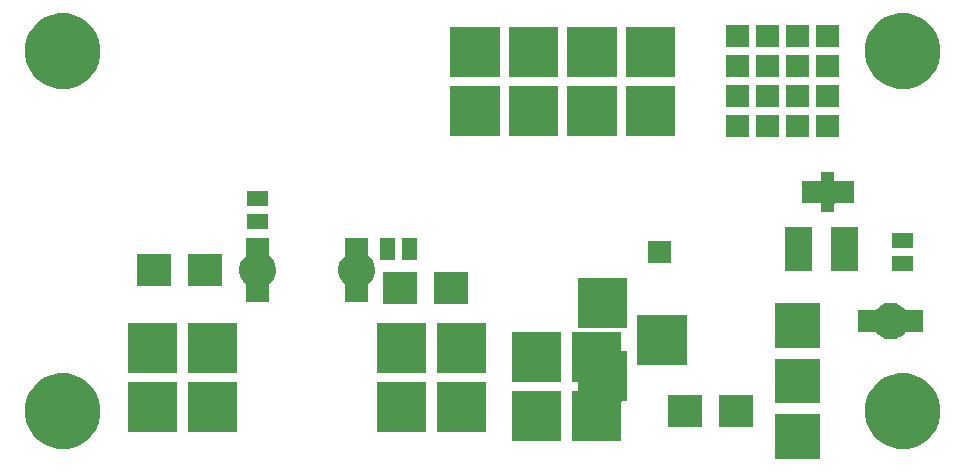
<source format=gbr>
G04 #@! TF.GenerationSoftware,KiCad,Pcbnew,(2017-02-05 revision 431abcf)-makepkg*
G04 #@! TF.CreationDate,2017-03-30T09:03:18+02:00*
G04 #@! TF.ProjectId,UNIPOWER05A,554E49504F5745523035412E6B696361,rev?*
G04 #@! TF.FileFunction,Soldermask,Bot*
G04 #@! TF.FilePolarity,Negative*
%FSLAX46Y46*%
G04 Gerber Fmt 4.6, Leading zero omitted, Abs format (unit mm)*
G04 Created by KiCad (PCBNEW (2017-02-05 revision 431abcf)-makepkg) date 03/30/17 09:03:18*
%MOMM*%
%LPD*%
G01*
G04 APERTURE LIST*
%ADD10C,0.300000*%
G04 APERTURE END LIST*
D10*
G36*
X69210000Y1020000D02*
X65410000Y1020000D01*
X65410000Y4820000D01*
X69210000Y4820000D01*
X69210000Y1020000D01*
X69210000Y1020000D01*
G37*
G36*
X5416110Y8277872D02*
X6030848Y8151685D01*
X6609363Y7908500D01*
X7129631Y7557574D01*
X7571824Y7112283D01*
X7919105Y6589582D01*
X8158249Y6009378D01*
X8280004Y5394466D01*
X8280004Y5394449D01*
X8280137Y5393776D01*
X8270128Y4676993D01*
X8269977Y4676330D01*
X8269977Y4676306D01*
X8131099Y4065032D01*
X7875851Y3491739D01*
X7514107Y2978933D01*
X7059653Y2546162D01*
X6529787Y2209900D01*
X5944712Y1982964D01*
X5326688Y1873989D01*
X4699273Y1887132D01*
X4086359Y2021890D01*
X3511293Y2273129D01*
X2995980Y2631282D01*
X2560044Y3082706D01*
X2220093Y3610208D01*
X1989075Y4193693D01*
X1875790Y4810936D01*
X1884551Y5438424D01*
X2015027Y6052266D01*
X2262248Y6629075D01*
X2616795Y7146877D01*
X3065163Y7585952D01*
X3590276Y7929576D01*
X4172132Y8164661D01*
X4788571Y8282254D01*
X5416110Y8277872D01*
X5416110Y8277872D01*
G37*
G36*
X76536110Y8277872D02*
X77150848Y8151685D01*
X77729363Y7908500D01*
X78249631Y7557574D01*
X78691824Y7112283D01*
X79039105Y6589582D01*
X79278249Y6009378D01*
X79400004Y5394466D01*
X79400004Y5394449D01*
X79400137Y5393776D01*
X79390128Y4676993D01*
X79389977Y4676330D01*
X79389977Y4676306D01*
X79251099Y4065032D01*
X78995851Y3491739D01*
X78634107Y2978933D01*
X78179653Y2546162D01*
X77649787Y2209900D01*
X77064712Y1982964D01*
X76446688Y1873989D01*
X75819273Y1887132D01*
X75206359Y2021890D01*
X74631293Y2273129D01*
X74115980Y2631282D01*
X73680044Y3082706D01*
X73340093Y3610208D01*
X73109075Y4193693D01*
X72995790Y4810936D01*
X73004551Y5438424D01*
X73135027Y6052266D01*
X73382248Y6629075D01*
X73736795Y7146877D01*
X74185163Y7585952D01*
X74710276Y7929576D01*
X75292132Y8164661D01*
X75908571Y8282254D01*
X76536110Y8277872D01*
X76536110Y8277872D01*
G37*
G36*
X47317000Y2547000D02*
X43107000Y2547000D01*
X43107000Y6757000D01*
X47317000Y6757000D01*
X47317000Y2547000D01*
X47317000Y2547000D01*
G37*
G36*
X52397000Y10229000D02*
X52398921Y10209491D01*
X52404612Y10190732D01*
X52413853Y10173443D01*
X52426289Y10158289D01*
X52441443Y10145853D01*
X52458732Y10136612D01*
X52477491Y10130921D01*
X52497000Y10129000D01*
X52905000Y10129000D01*
X52905000Y5919000D01*
X52497000Y5919000D01*
X52477491Y5917079D01*
X52458732Y5911388D01*
X52441443Y5902147D01*
X52426289Y5889711D01*
X52413853Y5874557D01*
X52404612Y5857268D01*
X52398921Y5838509D01*
X52397000Y5819000D01*
X52397000Y2547000D01*
X48187000Y2547000D01*
X48187000Y6757000D01*
X48595000Y6757000D01*
X48614509Y6758921D01*
X48633268Y6764612D01*
X48650557Y6773853D01*
X48665711Y6786289D01*
X48678147Y6801443D01*
X48687388Y6818732D01*
X48693079Y6837491D01*
X48695000Y6857000D01*
X48695000Y7447000D01*
X48693079Y7466509D01*
X48687388Y7485268D01*
X48678147Y7502557D01*
X48665711Y7517711D01*
X48650557Y7530147D01*
X48633268Y7539388D01*
X48614509Y7545079D01*
X48595000Y7547000D01*
X48187000Y7547000D01*
X48187000Y11757000D01*
X52397000Y11757000D01*
X52397000Y10229000D01*
X52397000Y10229000D01*
G37*
G36*
X14805000Y3309000D02*
X10595000Y3309000D01*
X10595000Y7519000D01*
X14805000Y7519000D01*
X14805000Y3309000D01*
X14805000Y3309000D01*
G37*
G36*
X35887000Y3309000D02*
X31677000Y3309000D01*
X31677000Y7519000D01*
X35887000Y7519000D01*
X35887000Y3309000D01*
X35887000Y3309000D01*
G37*
G36*
X40967000Y3309000D02*
X36757000Y3309000D01*
X36757000Y7519000D01*
X40967000Y7519000D01*
X40967000Y3309000D01*
X40967000Y3309000D01*
G37*
G36*
X19885000Y3309000D02*
X15675000Y3309000D01*
X15675000Y7519000D01*
X19885000Y7519000D01*
X19885000Y3309000D01*
X19885000Y3309000D01*
G37*
G36*
X59244840Y3729380D02*
X56345480Y3729380D01*
X56345480Y6430620D01*
X59244840Y6430620D01*
X59244840Y3729380D01*
X59244840Y3729380D01*
G37*
G36*
X63542520Y3729380D02*
X60643160Y3729380D01*
X60643160Y6430620D01*
X63542520Y6430620D01*
X63542520Y3729380D01*
X63542520Y3729380D01*
G37*
G36*
X69210000Y5720000D02*
X65410000Y5720000D01*
X65410000Y9520000D01*
X69210000Y9520000D01*
X69210000Y5720000D01*
X69210000Y5720000D01*
G37*
G36*
X47317000Y7547000D02*
X43107000Y7547000D01*
X43107000Y11757000D01*
X47317000Y11757000D01*
X47317000Y7547000D01*
X47317000Y7547000D01*
G37*
G36*
X14805000Y8309000D02*
X10595000Y8309000D01*
X10595000Y12519000D01*
X14805000Y12519000D01*
X14805000Y8309000D01*
X14805000Y8309000D01*
G37*
G36*
X35887000Y8309000D02*
X31677000Y8309000D01*
X31677000Y12519000D01*
X35887000Y12519000D01*
X35887000Y8309000D01*
X35887000Y8309000D01*
G37*
G36*
X40967000Y8309000D02*
X36757000Y8309000D01*
X36757000Y12519000D01*
X40967000Y12519000D01*
X40967000Y8309000D01*
X40967000Y8309000D01*
G37*
G36*
X19885000Y8309000D02*
X15675000Y8309000D01*
X15675000Y12519000D01*
X19885000Y12519000D01*
X19885000Y8309000D01*
X19885000Y8309000D01*
G37*
G36*
X57905000Y9019000D02*
X53695000Y9019000D01*
X53695000Y13229000D01*
X57905000Y13229000D01*
X57905000Y9019000D01*
X57905000Y9019000D01*
G37*
G36*
X69210000Y10420000D02*
X65410000Y10420000D01*
X65410000Y14220000D01*
X69210000Y14220000D01*
X69210000Y10420000D01*
X69210000Y10420000D01*
G37*
G36*
X75346804Y14248971D02*
X75644569Y14187849D01*
X75924786Y14070057D01*
X76176793Y13900077D01*
X76395798Y13679537D01*
X76410908Y13667048D01*
X76428164Y13657746D01*
X76446904Y13651990D01*
X76466755Y13650000D01*
X77909000Y13650000D01*
X77909000Y11750000D01*
X76462620Y11750000D01*
X76443111Y11748079D01*
X76424352Y11742388D01*
X76407063Y11733147D01*
X76391909Y11720711D01*
X76380906Y11707644D01*
X76363023Y11682294D01*
X76142897Y11472671D01*
X75886240Y11309792D01*
X75602848Y11199871D01*
X75303489Y11147085D01*
X74999585Y11153452D01*
X74702704Y11218726D01*
X74424159Y11340418D01*
X74174550Y11513902D01*
X73976039Y11719466D01*
X73961105Y11732165D01*
X73943980Y11741706D01*
X73925323Y11747723D01*
X73904105Y11750000D01*
X72459000Y11750000D01*
X72459000Y13650000D01*
X73903139Y13650000D01*
X73922648Y13651921D01*
X73941407Y13657612D01*
X73958696Y13666853D01*
X73973850Y13679289D01*
X73985650Y13693503D01*
X73990883Y13701146D01*
X74208059Y13913820D01*
X74462417Y14080267D01*
X74744249Y14194135D01*
X75042839Y14251094D01*
X75346804Y14248971D01*
X75346804Y14248971D01*
G37*
G36*
X52905000Y12119000D02*
X48695000Y12119000D01*
X48695000Y16329000D01*
X52905000Y16329000D01*
X52905000Y12119000D01*
X52905000Y12119000D01*
G37*
G36*
X39412520Y14143380D02*
X36513160Y14143380D01*
X36513160Y16844620D01*
X39412520Y16844620D01*
X39412520Y14143380D01*
X39412520Y14143380D01*
G37*
G36*
X35114840Y14143380D02*
X32215480Y14143380D01*
X32215480Y16844620D01*
X35114840Y16844620D01*
X35114840Y14143380D01*
X35114840Y14143380D01*
G37*
G36*
X30922000Y18300112D02*
X30923921Y18280603D01*
X30929612Y18261844D01*
X30938853Y18244555D01*
X30951289Y18229401D01*
X30963740Y18219137D01*
X31178980Y18002389D01*
X31347193Y17749206D01*
X31463030Y17468165D01*
X31521934Y17170678D01*
X31521934Y17170658D01*
X31522067Y17169985D01*
X31517219Y16822793D01*
X31517067Y16822125D01*
X31517067Y16822107D01*
X31449878Y16526375D01*
X31326241Y16248680D01*
X31151025Y16000296D01*
X30953038Y15811756D01*
X30940235Y15796911D01*
X30930575Y15779853D01*
X30924427Y15761239D01*
X30922000Y15739339D01*
X30922000Y14293000D01*
X29022000Y14293000D01*
X29022000Y15738304D01*
X29020079Y15757813D01*
X29014388Y15776572D01*
X29005147Y15793861D01*
X28992711Y15809015D01*
X28979071Y15820419D01*
X28962552Y15831900D01*
X28751395Y16050559D01*
X28586731Y16306068D01*
X28474829Y16588697D01*
X28419958Y16887671D01*
X28424202Y17191611D01*
X28487402Y17488946D01*
X28607147Y17768332D01*
X28778884Y18019146D01*
X28991966Y18227812D01*
X29004561Y18242834D01*
X29013982Y18260025D01*
X29019869Y18278724D01*
X29022000Y18299259D01*
X29022000Y19743000D01*
X30922000Y19743000D01*
X30922000Y18300112D01*
X30922000Y18300112D01*
G37*
G36*
X22540000Y18300112D02*
X22541921Y18280603D01*
X22547612Y18261844D01*
X22556853Y18244555D01*
X22569289Y18229401D01*
X22581740Y18219137D01*
X22796980Y18002389D01*
X22965193Y17749206D01*
X23081030Y17468165D01*
X23139934Y17170678D01*
X23139934Y17170658D01*
X23140067Y17169985D01*
X23135219Y16822793D01*
X23135067Y16822125D01*
X23135067Y16822107D01*
X23067878Y16526375D01*
X22944241Y16248680D01*
X22769025Y16000296D01*
X22571038Y15811756D01*
X22558235Y15796911D01*
X22548575Y15779853D01*
X22542427Y15761239D01*
X22540000Y15739339D01*
X22540000Y14293000D01*
X20640000Y14293000D01*
X20640000Y15738304D01*
X20638079Y15757813D01*
X20632388Y15776572D01*
X20623147Y15793861D01*
X20610711Y15809015D01*
X20597071Y15820419D01*
X20580552Y15831900D01*
X20369395Y16050559D01*
X20204731Y16306068D01*
X20092829Y16588697D01*
X20037958Y16887671D01*
X20042202Y17191611D01*
X20105402Y17488946D01*
X20225147Y17768332D01*
X20396884Y18019146D01*
X20609966Y18227812D01*
X20622561Y18242834D01*
X20631982Y18260025D01*
X20637869Y18278724D01*
X20640000Y18299259D01*
X20640000Y19743000D01*
X22540000Y19743000D01*
X22540000Y18300112D01*
X22540000Y18300112D01*
G37*
G36*
X18584520Y15667380D02*
X15685160Y15667380D01*
X15685160Y18368620D01*
X18584520Y18368620D01*
X18584520Y15667380D01*
X18584520Y15667380D01*
G37*
G36*
X14286840Y15667380D02*
X11387480Y15667380D01*
X11387480Y18368620D01*
X14286840Y18368620D01*
X14286840Y15667380D01*
X14286840Y15667380D01*
G37*
G36*
X72442000Y16896000D02*
X70142000Y16896000D01*
X70142000Y20696000D01*
X72442000Y20696000D01*
X72442000Y16896000D01*
X72442000Y16896000D01*
G37*
G36*
X68542000Y16896000D02*
X66242000Y16896000D01*
X66242000Y20696000D01*
X68542000Y20696000D01*
X68542000Y16896000D01*
X68542000Y16896000D01*
G37*
G36*
X77098500Y16945000D02*
X75301500Y16945000D01*
X75301500Y18234000D01*
X77098500Y18234000D01*
X77098500Y16945000D01*
X77098500Y16945000D01*
G37*
G36*
X56588000Y17580000D02*
X54664000Y17580000D01*
X54664000Y19504000D01*
X56588000Y19504000D01*
X56588000Y17580000D01*
X56588000Y17580000D01*
G37*
G36*
X35125000Y17897500D02*
X33836000Y17897500D01*
X33836000Y19694500D01*
X35125000Y19694500D01*
X35125000Y17897500D01*
X35125000Y17897500D01*
G37*
G36*
X33220000Y17897500D02*
X31931000Y17897500D01*
X31931000Y19694500D01*
X33220000Y19694500D01*
X33220000Y17897500D01*
X33220000Y17897500D01*
G37*
G36*
X77098500Y18850000D02*
X75301500Y18850000D01*
X75301500Y20139000D01*
X77098500Y20139000D01*
X77098500Y18850000D01*
X77098500Y18850000D01*
G37*
G36*
X22488500Y20501000D02*
X20691500Y20501000D01*
X20691500Y21790000D01*
X22488500Y21790000D01*
X22488500Y20501000D01*
X22488500Y20501000D01*
G37*
G36*
X70400000Y24672000D02*
X70401921Y24652491D01*
X70407612Y24633732D01*
X70416853Y24616443D01*
X70429289Y24601289D01*
X70444443Y24588853D01*
X70461732Y24579612D01*
X70480491Y24573921D01*
X70500000Y24572000D01*
X72050000Y24572000D01*
X72050000Y22672000D01*
X70500000Y22672000D01*
X70480491Y22670079D01*
X70461732Y22664388D01*
X70444443Y22655147D01*
X70429289Y22642711D01*
X70416853Y22627557D01*
X70407612Y22610268D01*
X70401921Y22591509D01*
X70400000Y22572000D01*
X70400000Y21922000D01*
X69300000Y21922000D01*
X69300000Y22572000D01*
X69298079Y22591509D01*
X69292388Y22610268D01*
X69283147Y22627557D01*
X69270711Y22642711D01*
X69255557Y22655147D01*
X69238268Y22664388D01*
X69219509Y22670079D01*
X69200000Y22672000D01*
X67650000Y22672000D01*
X67650000Y24572000D01*
X69200000Y24572000D01*
X69219509Y24573921D01*
X69238268Y24579612D01*
X69255557Y24588853D01*
X69270711Y24601289D01*
X69283147Y24616443D01*
X69292388Y24633732D01*
X69298079Y24652491D01*
X69300000Y24672000D01*
X69300000Y25322000D01*
X70400000Y25322000D01*
X70400000Y24672000D01*
X70400000Y24672000D01*
G37*
G36*
X22488500Y22406000D02*
X20691500Y22406000D01*
X20691500Y23695000D01*
X22488500Y23695000D01*
X22488500Y22406000D01*
X22488500Y22406000D01*
G37*
G36*
X63192000Y28248000D02*
X61268000Y28248000D01*
X61268000Y30172000D01*
X63192000Y30172000D01*
X63192000Y28248000D01*
X63192000Y28248000D01*
G37*
G36*
X65732000Y28248000D02*
X63808000Y28248000D01*
X63808000Y30172000D01*
X65732000Y30172000D01*
X65732000Y28248000D01*
X65732000Y28248000D01*
G37*
G36*
X68272000Y28248000D02*
X66348000Y28248000D01*
X66348000Y30172000D01*
X68272000Y30172000D01*
X68272000Y28248000D01*
X68272000Y28248000D01*
G37*
G36*
X70812000Y28248000D02*
X68888000Y28248000D01*
X68888000Y30172000D01*
X70812000Y30172000D01*
X70812000Y28248000D01*
X70812000Y28248000D01*
G37*
G36*
X42110000Y28375000D02*
X37900000Y28375000D01*
X37900000Y32585000D01*
X42110000Y32585000D01*
X42110000Y28375000D01*
X42110000Y28375000D01*
G37*
G36*
X56969000Y28375000D02*
X52759000Y28375000D01*
X52759000Y32585000D01*
X56969000Y32585000D01*
X56969000Y28375000D01*
X56969000Y28375000D01*
G37*
G36*
X52016000Y28375000D02*
X47806000Y28375000D01*
X47806000Y32585000D01*
X52016000Y32585000D01*
X52016000Y28375000D01*
X52016000Y28375000D01*
G37*
G36*
X47063000Y28375000D02*
X42853000Y28375000D01*
X42853000Y32585000D01*
X47063000Y32585000D01*
X47063000Y28375000D01*
X47063000Y28375000D01*
G37*
G36*
X68272000Y30788000D02*
X66348000Y30788000D01*
X66348000Y32712000D01*
X68272000Y32712000D01*
X68272000Y30788000D01*
X68272000Y30788000D01*
G37*
G36*
X65732000Y30788000D02*
X63808000Y30788000D01*
X63808000Y32712000D01*
X65732000Y32712000D01*
X65732000Y30788000D01*
X65732000Y30788000D01*
G37*
G36*
X70812000Y30788000D02*
X68888000Y30788000D01*
X68888000Y32712000D01*
X70812000Y32712000D01*
X70812000Y30788000D01*
X70812000Y30788000D01*
G37*
G36*
X63192000Y30788000D02*
X61268000Y30788000D01*
X61268000Y32712000D01*
X63192000Y32712000D01*
X63192000Y30788000D01*
X63192000Y30788000D01*
G37*
G36*
X76536110Y38757872D02*
X77150848Y38631685D01*
X77729363Y38388500D01*
X78249631Y38037574D01*
X78691824Y37592283D01*
X79039105Y37069582D01*
X79278249Y36489378D01*
X79400004Y35874466D01*
X79400004Y35874449D01*
X79400137Y35873776D01*
X79390128Y35156993D01*
X79389977Y35156330D01*
X79389977Y35156306D01*
X79251099Y34545032D01*
X78995851Y33971739D01*
X78634107Y33458933D01*
X78179653Y33026162D01*
X77649787Y32689900D01*
X77064712Y32462964D01*
X76446688Y32353989D01*
X75819273Y32367132D01*
X75206359Y32501890D01*
X74631293Y32753129D01*
X74115980Y33111282D01*
X73680044Y33562706D01*
X73340093Y34090208D01*
X73109075Y34673693D01*
X72995790Y35290936D01*
X73004551Y35918424D01*
X73135027Y36532266D01*
X73382248Y37109075D01*
X73736795Y37626877D01*
X74185163Y38065952D01*
X74710276Y38409576D01*
X75292132Y38644661D01*
X75908571Y38762254D01*
X76536110Y38757872D01*
X76536110Y38757872D01*
G37*
G36*
X5416110Y38757872D02*
X6030848Y38631685D01*
X6609363Y38388500D01*
X7129631Y38037574D01*
X7571824Y37592283D01*
X7919105Y37069582D01*
X8158249Y36489378D01*
X8280004Y35874466D01*
X8280004Y35874449D01*
X8280137Y35873776D01*
X8270128Y35156993D01*
X8269977Y35156330D01*
X8269977Y35156306D01*
X8131099Y34545032D01*
X7875851Y33971739D01*
X7514107Y33458933D01*
X7059653Y33026162D01*
X6529787Y32689900D01*
X5944712Y32462964D01*
X5326688Y32353989D01*
X4699273Y32367132D01*
X4086359Y32501890D01*
X3511293Y32753129D01*
X2995980Y33111282D01*
X2560044Y33562706D01*
X2220093Y34090208D01*
X1989075Y34673693D01*
X1875790Y35290936D01*
X1884551Y35918424D01*
X2015027Y36532266D01*
X2262248Y37109075D01*
X2616795Y37626877D01*
X3065163Y38065952D01*
X3590276Y38409576D01*
X4172132Y38644661D01*
X4788571Y38762254D01*
X5416110Y38757872D01*
X5416110Y38757872D01*
G37*
G36*
X70812000Y33328000D02*
X68888000Y33328000D01*
X68888000Y35252000D01*
X70812000Y35252000D01*
X70812000Y33328000D01*
X70812000Y33328000D01*
G37*
G36*
X63192000Y33328000D02*
X61268000Y33328000D01*
X61268000Y35252000D01*
X63192000Y35252000D01*
X63192000Y33328000D01*
X63192000Y33328000D01*
G37*
G36*
X65732000Y33328000D02*
X63808000Y33328000D01*
X63808000Y35252000D01*
X65732000Y35252000D01*
X65732000Y33328000D01*
X65732000Y33328000D01*
G37*
G36*
X68272000Y33328000D02*
X66348000Y33328000D01*
X66348000Y35252000D01*
X68272000Y35252000D01*
X68272000Y33328000D01*
X68272000Y33328000D01*
G37*
G36*
X56969000Y33375000D02*
X52759000Y33375000D01*
X52759000Y37585000D01*
X56969000Y37585000D01*
X56969000Y33375000D01*
X56969000Y33375000D01*
G37*
G36*
X52016000Y33375000D02*
X47806000Y33375000D01*
X47806000Y37585000D01*
X52016000Y37585000D01*
X52016000Y33375000D01*
X52016000Y33375000D01*
G37*
G36*
X42110000Y33375000D02*
X37900000Y33375000D01*
X37900000Y37585000D01*
X42110000Y37585000D01*
X42110000Y33375000D01*
X42110000Y33375000D01*
G37*
G36*
X47063000Y33375000D02*
X42853000Y33375000D01*
X42853000Y37585000D01*
X47063000Y37585000D01*
X47063000Y33375000D01*
X47063000Y33375000D01*
G37*
G36*
X63192000Y35868000D02*
X61268000Y35868000D01*
X61268000Y37792000D01*
X63192000Y37792000D01*
X63192000Y35868000D01*
X63192000Y35868000D01*
G37*
G36*
X65732000Y35868000D02*
X63808000Y35868000D01*
X63808000Y37792000D01*
X65732000Y37792000D01*
X65732000Y35868000D01*
X65732000Y35868000D01*
G37*
G36*
X70812000Y35868000D02*
X68888000Y35868000D01*
X68888000Y37792000D01*
X70812000Y37792000D01*
X70812000Y35868000D01*
X70812000Y35868000D01*
G37*
G36*
X68272000Y35868000D02*
X66348000Y35868000D01*
X66348000Y37792000D01*
X68272000Y37792000D01*
X68272000Y35868000D01*
X68272000Y35868000D01*
G37*
M02*

</source>
